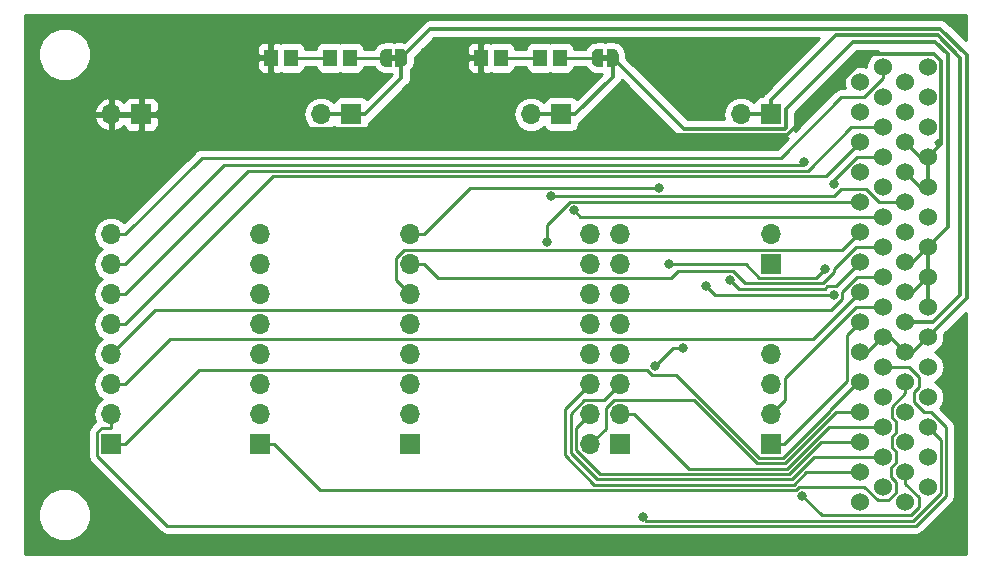
<source format=gtl>
G04 #@! TF.GenerationSoftware,KiCad,Pcbnew,5.0.0-rc2-unknown-5c65881~65~ubuntu17.10.1*
G04 #@! TF.CreationDate,2018-06-23T17:31:34+02:00*
G04 #@! TF.ProjectId,breakout-board,627265616B6F75742D626F6172642E6B,rev?*
G04 #@! TF.SameCoordinates,Original*
G04 #@! TF.FileFunction,Copper,L1,Top,Signal*
G04 #@! TF.FilePolarity,Positive*
%FSLAX46Y46*%
G04 Gerber Fmt 4.6, Leading zero omitted, Abs format (unit mm)*
G04 Created by KiCad (PCBNEW 5.0.0-rc2-unknown-5c65881~65~ubuntu17.10.1) date Sat Jun 23 17:31:34 2018*
%MOMM*%
%LPD*%
G01*
G04 APERTURE LIST*
G04 #@! TA.AperFunction,SMDPad,CuDef*
%ADD10R,1.150000X1.400000*%
G04 #@! TD*
G04 #@! TA.AperFunction,ComponentPad*
%ADD11O,1.700000X1.700000*%
G04 #@! TD*
G04 #@! TA.AperFunction,ComponentPad*
%ADD12R,1.700000X1.700000*%
G04 #@! TD*
G04 #@! TA.AperFunction,SMDPad,CuDef*
%ADD13R,0.500000X1.500000*%
G04 #@! TD*
G04 #@! TA.AperFunction,Conductor*
%ADD14C,0.100000*%
G04 #@! TD*
G04 #@! TA.AperFunction,SMDPad,CuDef*
%ADD15C,1.000000*%
G04 #@! TD*
G04 #@! TA.AperFunction,SMDPad,CuDef*
%ADD16R,0.500000X0.600000*%
G04 #@! TD*
G04 #@! TA.AperFunction,ComponentPad*
%ADD17C,1.524000*%
G04 #@! TD*
G04 #@! TA.AperFunction,ViaPad*
%ADD18C,0.800000*%
G04 #@! TD*
G04 #@! TA.AperFunction,Conductor*
%ADD19C,0.250000*%
G04 #@! TD*
G04 #@! TA.AperFunction,Conductor*
%ADD20C,0.350000*%
G04 #@! TD*
G04 #@! TA.AperFunction,Conductor*
%ADD21C,0.254000*%
G04 #@! TD*
G04 APERTURE END LIST*
D10*
G04 #@! TO.P,D1,2*
G04 #@! TO.N,Net-(D1-Pad2)*
X81200000Y-127310000D03*
G04 #@! TO.P,D1,1*
G04 #@! TO.N,Net-(D1-Pad1)*
X79500000Y-127310000D03*
G04 #@! TD*
G04 #@! TO.P,D2,2*
G04 #@! TO.N,Net-(D2-Pad2)*
X98980000Y-127310000D03*
G04 #@! TO.P,D2,1*
G04 #@! TO.N,Net-(D2-Pad1)*
X97280000Y-127310000D03*
G04 #@! TD*
D11*
G04 #@! TO.P,J1,4*
G04 #@! TO.N,/NC4*
X116840000Y-152400000D03*
G04 #@! TO.P,J1,3*
G04 #@! TO.N,/NC3*
X116840000Y-154940000D03*
G04 #@! TO.P,J1,2*
G04 #@! TO.N,/NC2*
X116840000Y-157480000D03*
D12*
G04 #@! TO.P,J1,1*
G04 #@! TO.N,/NC1*
X116840000Y-160020000D03*
G04 #@! TD*
G04 #@! TO.P,J2,1*
G04 #@! TO.N,/PB0*
X60960000Y-160020000D03*
D11*
G04 #@! TO.P,J2,2*
G04 #@! TO.N,/PC7*
X60960000Y-157480000D03*
G04 #@! TO.P,J2,3*
G04 #@! TO.N,/PV*
X60960000Y-154940000D03*
G04 #@! TO.P,J2,4*
G04 #@! TO.N,/PU*
X60960000Y-152400000D03*
G04 #@! TO.P,J2,5*
G04 #@! TO.N,/~INHIBIT*
X60960000Y-149860000D03*
G04 #@! TO.P,J2,6*
G04 #@! TO.N,/~WEX*
X60960000Y-147320000D03*
G04 #@! TO.P,J2,7*
G04 #@! TO.N,/W1*
X60960000Y-144780000D03*
G04 #@! TO.P,J2,8*
G04 #@! TO.N,/INT*
X60960000Y-142240000D03*
G04 #@! TD*
G04 #@! TO.P,J3,8*
G04 #@! TO.N,/OD*
X73580000Y-142240000D03*
G04 #@! TO.P,J3,7*
G04 #@! TO.N,/ME1*
X73580000Y-144780000D03*
G04 #@! TO.P,J3,6*
G04 #@! TO.N,/DME1*
X73580000Y-147320000D03*
G04 #@! TO.P,J3,5*
G04 #@! TO.N,/RW*
X73580000Y-149860000D03*
G04 #@! TO.P,J3,4*
G04 #@! TO.N,/DME0*
X73580000Y-152400000D03*
G04 #@! TO.P,J3,3*
G04 #@! TO.N,/\03A6OS*
X73580000Y-154940000D03*
G04 #@! TO.P,J3,2*
G04 #@! TO.N,/BFO*
X73580000Y-157480000D03*
D12*
G04 #@! TO.P,J3,1*
G04 #@! TO.N,/PB1*
X73580000Y-160020000D03*
G04 #@! TD*
G04 #@! TO.P,J4,1*
G04 #@! TO.N,/~CMTIN*
X116840000Y-144780000D03*
D11*
G04 #@! TO.P,J4,2*
G04 #@! TO.N,/CMTOUT*
X116840000Y-142240000D03*
G04 #@! TD*
D12*
G04 #@! TO.P,J5,1*
G04 #@! TO.N,/AD0*
X104060000Y-160020000D03*
D11*
G04 #@! TO.P,J5,2*
G04 #@! TO.N,/AD1*
X101520000Y-160020000D03*
G04 #@! TO.P,J5,3*
G04 #@! TO.N,/AD2*
X104060000Y-157480000D03*
G04 #@! TO.P,J5,4*
G04 #@! TO.N,/AD3*
X101520000Y-157480000D03*
G04 #@! TO.P,J5,5*
G04 #@! TO.N,/AD4*
X104060000Y-154940000D03*
G04 #@! TO.P,J5,6*
G04 #@! TO.N,/AD5*
X101520000Y-154940000D03*
G04 #@! TO.P,J5,7*
G04 #@! TO.N,/AD6*
X104060000Y-152400000D03*
G04 #@! TO.P,J5,8*
G04 #@! TO.N,/AD7*
X101520000Y-152400000D03*
G04 #@! TO.P,J5,9*
G04 #@! TO.N,/AD8*
X104060000Y-149860000D03*
G04 #@! TO.P,J5,10*
G04 #@! TO.N,/AD9*
X101520000Y-149860000D03*
G04 #@! TO.P,J5,11*
G04 #@! TO.N,/AD10*
X104060000Y-147320000D03*
G04 #@! TO.P,J5,12*
G04 #@! TO.N,/AD11*
X101520000Y-147320000D03*
G04 #@! TO.P,J5,13*
G04 #@! TO.N,/AD12*
X104060000Y-144780000D03*
G04 #@! TO.P,J5,14*
G04 #@! TO.N,/AD13*
X101520000Y-144780000D03*
G04 #@! TO.P,J5,15*
G04 #@! TO.N,/AD14*
X104060000Y-142240000D03*
G04 #@! TO.P,J5,16*
G04 #@! TO.N,/AD15*
X101520000Y-142240000D03*
G04 #@! TD*
D12*
G04 #@! TO.P,J6,1*
G04 #@! TO.N,/D0*
X86280000Y-160020000D03*
D11*
G04 #@! TO.P,J6,2*
G04 #@! TO.N,/D1*
X86280000Y-157480000D03*
G04 #@! TO.P,J6,3*
G04 #@! TO.N,/D2*
X86280000Y-154940000D03*
G04 #@! TO.P,J6,4*
G04 #@! TO.N,/D3*
X86280000Y-152400000D03*
G04 #@! TO.P,J6,5*
G04 #@! TO.N,/D4*
X86280000Y-149860000D03*
G04 #@! TO.P,J6,6*
G04 #@! TO.N,/D5*
X86280000Y-147320000D03*
G04 #@! TO.P,J6,7*
G04 #@! TO.N,/D6*
X86280000Y-144780000D03*
G04 #@! TO.P,J6,8*
G04 #@! TO.N,/D7*
X86280000Y-142240000D03*
G04 #@! TD*
D12*
G04 #@! TO.P,J7,1*
G04 #@! TO.N,/FGND*
X116840000Y-132080000D03*
D11*
G04 #@! TO.P,J7,2*
X114300000Y-132080000D03*
G04 #@! TD*
G04 #@! TO.P,J8,2*
G04 #@! TO.N,+4V7*
X78740000Y-132080000D03*
D12*
G04 #@! TO.P,J8,1*
X81280000Y-132080000D03*
G04 #@! TD*
D11*
G04 #@! TO.P,J9,2*
G04 #@! TO.N,+BATT*
X96520000Y-132080000D03*
D12*
G04 #@! TO.P,J9,1*
X99060000Y-132080000D03*
G04 #@! TD*
G04 #@! TO.P,J10,1*
G04 #@! TO.N,GND*
X63500000Y-132080000D03*
D11*
G04 #@! TO.P,J10,2*
X60960000Y-132080000D03*
G04 #@! TD*
D13*
G04 #@! TO.P,JP1,2*
G04 #@! TO.N,Net-(D1-Pad2)*
X84490000Y-127310000D03*
G04 #@! TO.P,JP1,1*
G04 #@! TO.N,+4V7*
X85290000Y-127310000D03*
D14*
G04 #@! TD*
G04 #@! TO.N,+4V7*
G04 #@! TO.C,JP1*
G36*
X85589010Y-126562408D02*
X85637546Y-126569607D01*
X85685143Y-126581530D01*
X85731343Y-126598060D01*
X85775699Y-126619039D01*
X85817786Y-126644265D01*
X85857198Y-126673495D01*
X85893554Y-126706447D01*
X85926506Y-126742803D01*
X85955736Y-126782215D01*
X85980962Y-126824302D01*
X86001941Y-126868658D01*
X86018471Y-126914858D01*
X86030394Y-126962455D01*
X86037593Y-127010991D01*
X86040001Y-127060000D01*
X86040001Y-127560000D01*
X86037593Y-127609009D01*
X86030394Y-127657545D01*
X86018471Y-127705142D01*
X86001941Y-127751342D01*
X85980962Y-127795698D01*
X85955736Y-127837785D01*
X85926506Y-127877197D01*
X85893554Y-127913553D01*
X85857198Y-127946505D01*
X85817786Y-127975735D01*
X85775699Y-128000961D01*
X85731343Y-128021940D01*
X85685143Y-128038470D01*
X85637546Y-128050393D01*
X85589010Y-128057592D01*
X85540001Y-128060000D01*
X85539999Y-128060000D01*
X85490990Y-128057592D01*
X85442454Y-128050393D01*
X85394857Y-128038470D01*
X85348657Y-128021940D01*
X85304301Y-128000961D01*
X85262214Y-127975735D01*
X85222802Y-127946505D01*
X85186446Y-127913553D01*
X85153494Y-127877197D01*
X85124264Y-127837785D01*
X85099038Y-127795698D01*
X85078059Y-127751342D01*
X85061529Y-127705142D01*
X85049606Y-127657545D01*
X85042407Y-127609009D01*
X85039999Y-127560000D01*
X85039999Y-127060000D01*
X85042407Y-127010991D01*
X85049606Y-126962455D01*
X85061529Y-126914858D01*
X85078059Y-126868658D01*
X85099038Y-126824302D01*
X85124264Y-126782215D01*
X85153494Y-126742803D01*
X85186446Y-126706447D01*
X85222802Y-126673495D01*
X85262214Y-126644265D01*
X85304301Y-126619039D01*
X85348657Y-126598060D01*
X85394857Y-126581530D01*
X85442454Y-126569607D01*
X85490990Y-126562408D01*
X85539999Y-126560000D01*
X85540001Y-126560000D01*
X85589010Y-126562408D01*
X85589010Y-126562408D01*
G37*
D15*
G04 #@! TO.P,JP1,1*
G04 #@! TO.N,+4V7*
X85540000Y-127310000D03*
D14*
G04 #@! TD*
G04 #@! TO.N,Net-(D1-Pad2)*
G04 #@! TO.C,JP1*
G36*
X84289010Y-126562408D02*
X84337546Y-126569607D01*
X84385143Y-126581530D01*
X84431343Y-126598060D01*
X84475699Y-126619039D01*
X84517786Y-126644265D01*
X84557198Y-126673495D01*
X84593554Y-126706447D01*
X84626506Y-126742803D01*
X84655736Y-126782215D01*
X84680962Y-126824302D01*
X84701941Y-126868658D01*
X84718471Y-126914858D01*
X84730394Y-126962455D01*
X84737593Y-127010991D01*
X84740001Y-127060000D01*
X84740001Y-127560000D01*
X84737593Y-127609009D01*
X84730394Y-127657545D01*
X84718471Y-127705142D01*
X84701941Y-127751342D01*
X84680962Y-127795698D01*
X84655736Y-127837785D01*
X84626506Y-127877197D01*
X84593554Y-127913553D01*
X84557198Y-127946505D01*
X84517786Y-127975735D01*
X84475699Y-128000961D01*
X84431343Y-128021940D01*
X84385143Y-128038470D01*
X84337546Y-128050393D01*
X84289010Y-128057592D01*
X84240001Y-128060000D01*
X84239999Y-128060000D01*
X84190990Y-128057592D01*
X84142454Y-128050393D01*
X84094857Y-128038470D01*
X84048657Y-128021940D01*
X84004301Y-128000961D01*
X83962214Y-127975735D01*
X83922802Y-127946505D01*
X83886446Y-127913553D01*
X83853494Y-127877197D01*
X83824264Y-127837785D01*
X83799038Y-127795698D01*
X83778059Y-127751342D01*
X83761529Y-127705142D01*
X83749606Y-127657545D01*
X83742407Y-127609009D01*
X83739999Y-127560000D01*
X83739999Y-127060000D01*
X83742407Y-127010991D01*
X83749606Y-126962455D01*
X83761529Y-126914858D01*
X83778059Y-126868658D01*
X83799038Y-126824302D01*
X83824264Y-126782215D01*
X83853494Y-126742803D01*
X83886446Y-126706447D01*
X83922802Y-126673495D01*
X83962214Y-126644265D01*
X84004301Y-126619039D01*
X84048657Y-126598060D01*
X84094857Y-126581530D01*
X84142454Y-126569607D01*
X84190990Y-126562408D01*
X84239999Y-126560000D01*
X84240001Y-126560000D01*
X84289010Y-126562408D01*
X84289010Y-126562408D01*
G37*
D15*
G04 #@! TO.P,JP1,2*
G04 #@! TO.N,Net-(D1-Pad2)*
X84240000Y-127310000D03*
D16*
G04 #@! TO.P,JP1,1*
G04 #@! TO.N,+4V7*
X84890000Y-127310000D03*
G04 #@! TD*
G04 #@! TO.P,JP2,1*
G04 #@! TO.N,+BATT*
X102790000Y-127310000D03*
D14*
G04 #@! TD*
G04 #@! TO.N,Net-(D2-Pad2)*
G04 #@! TO.C,JP2*
G36*
X102189010Y-126562408D02*
X102237546Y-126569607D01*
X102285143Y-126581530D01*
X102331343Y-126598060D01*
X102375699Y-126619039D01*
X102417786Y-126644265D01*
X102457198Y-126673495D01*
X102493554Y-126706447D01*
X102526506Y-126742803D01*
X102555736Y-126782215D01*
X102580962Y-126824302D01*
X102601941Y-126868658D01*
X102618471Y-126914858D01*
X102630394Y-126962455D01*
X102637593Y-127010991D01*
X102640001Y-127060000D01*
X102640001Y-127560000D01*
X102637593Y-127609009D01*
X102630394Y-127657545D01*
X102618471Y-127705142D01*
X102601941Y-127751342D01*
X102580962Y-127795698D01*
X102555736Y-127837785D01*
X102526506Y-127877197D01*
X102493554Y-127913553D01*
X102457198Y-127946505D01*
X102417786Y-127975735D01*
X102375699Y-128000961D01*
X102331343Y-128021940D01*
X102285143Y-128038470D01*
X102237546Y-128050393D01*
X102189010Y-128057592D01*
X102140001Y-128060000D01*
X102139999Y-128060000D01*
X102090990Y-128057592D01*
X102042454Y-128050393D01*
X101994857Y-128038470D01*
X101948657Y-128021940D01*
X101904301Y-128000961D01*
X101862214Y-127975735D01*
X101822802Y-127946505D01*
X101786446Y-127913553D01*
X101753494Y-127877197D01*
X101724264Y-127837785D01*
X101699038Y-127795698D01*
X101678059Y-127751342D01*
X101661529Y-127705142D01*
X101649606Y-127657545D01*
X101642407Y-127609009D01*
X101639999Y-127560000D01*
X101639999Y-127060000D01*
X101642407Y-127010991D01*
X101649606Y-126962455D01*
X101661529Y-126914858D01*
X101678059Y-126868658D01*
X101699038Y-126824302D01*
X101724264Y-126782215D01*
X101753494Y-126742803D01*
X101786446Y-126706447D01*
X101822802Y-126673495D01*
X101862214Y-126644265D01*
X101904301Y-126619039D01*
X101948657Y-126598060D01*
X101994857Y-126581530D01*
X102042454Y-126569607D01*
X102090990Y-126562408D01*
X102139999Y-126560000D01*
X102140001Y-126560000D01*
X102189010Y-126562408D01*
X102189010Y-126562408D01*
G37*
D15*
G04 #@! TO.P,JP2,2*
G04 #@! TO.N,Net-(D2-Pad2)*
X102140000Y-127310000D03*
D14*
G04 #@! TD*
G04 #@! TO.N,+BATT*
G04 #@! TO.C,JP2*
G36*
X103489010Y-126562408D02*
X103537546Y-126569607D01*
X103585143Y-126581530D01*
X103631343Y-126598060D01*
X103675699Y-126619039D01*
X103717786Y-126644265D01*
X103757198Y-126673495D01*
X103793554Y-126706447D01*
X103826506Y-126742803D01*
X103855736Y-126782215D01*
X103880962Y-126824302D01*
X103901941Y-126868658D01*
X103918471Y-126914858D01*
X103930394Y-126962455D01*
X103937593Y-127010991D01*
X103940001Y-127060000D01*
X103940001Y-127560000D01*
X103937593Y-127609009D01*
X103930394Y-127657545D01*
X103918471Y-127705142D01*
X103901941Y-127751342D01*
X103880962Y-127795698D01*
X103855736Y-127837785D01*
X103826506Y-127877197D01*
X103793554Y-127913553D01*
X103757198Y-127946505D01*
X103717786Y-127975735D01*
X103675699Y-128000961D01*
X103631343Y-128021940D01*
X103585143Y-128038470D01*
X103537546Y-128050393D01*
X103489010Y-128057592D01*
X103440001Y-128060000D01*
X103439999Y-128060000D01*
X103390990Y-128057592D01*
X103342454Y-128050393D01*
X103294857Y-128038470D01*
X103248657Y-128021940D01*
X103204301Y-128000961D01*
X103162214Y-127975735D01*
X103122802Y-127946505D01*
X103086446Y-127913553D01*
X103053494Y-127877197D01*
X103024264Y-127837785D01*
X102999038Y-127795698D01*
X102978059Y-127751342D01*
X102961529Y-127705142D01*
X102949606Y-127657545D01*
X102942407Y-127609009D01*
X102939999Y-127560000D01*
X102939999Y-127060000D01*
X102942407Y-127010991D01*
X102949606Y-126962455D01*
X102961529Y-126914858D01*
X102978059Y-126868658D01*
X102999038Y-126824302D01*
X103024264Y-126782215D01*
X103053494Y-126742803D01*
X103086446Y-126706447D01*
X103122802Y-126673495D01*
X103162214Y-126644265D01*
X103204301Y-126619039D01*
X103248657Y-126598060D01*
X103294857Y-126581530D01*
X103342454Y-126569607D01*
X103390990Y-126562408D01*
X103439999Y-126560000D01*
X103440001Y-126560000D01*
X103489010Y-126562408D01*
X103489010Y-126562408D01*
G37*
D15*
G04 #@! TO.P,JP2,1*
G04 #@! TO.N,+BATT*
X103440000Y-127310000D03*
D13*
X103190000Y-127310000D03*
G04 #@! TO.P,JP2,2*
G04 #@! TO.N,Net-(D2-Pad2)*
X102390000Y-127310000D03*
G04 #@! TD*
D17*
G04 #@! TO.P,P1,1*
G04 #@! TO.N,/AD7*
X124385000Y-164930000D03*
G04 #@! TO.P,P1,2*
G04 #@! TO.N,/AD6*
X126290000Y-163660000D03*
G04 #@! TO.P,P1,3*
G04 #@! TO.N,/AD5*
X124385000Y-162390000D03*
G04 #@! TO.P,P1,4*
G04 #@! TO.N,/AD4*
X126290000Y-161120000D03*
G04 #@! TO.P,P1,5*
G04 #@! TO.N,/AD3*
X124385000Y-159850000D03*
G04 #@! TO.P,P1,6*
G04 #@! TO.N,/AD2*
X126290000Y-158580000D03*
G04 #@! TO.P,P1,7*
G04 #@! TO.N,/AD1*
X124385000Y-157310000D03*
G04 #@! TO.P,P1,8*
G04 #@! TO.N,/AD0*
X126290000Y-156040000D03*
G04 #@! TO.P,P1,9*
G04 #@! TO.N,/PB0*
X124385000Y-154770000D03*
G04 #@! TO.P,P1,10*
G04 #@! TO.N,/PC7*
X126290000Y-153500000D03*
G04 #@! TO.P,P1,11*
G04 #@! TO.N,+4V7*
X124385000Y-152230000D03*
G04 #@! TO.P,P1,12*
X126290000Y-150960000D03*
G04 #@! TO.P,P1,13*
G04 #@! TO.N,/NC1*
X124385000Y-149690000D03*
G04 #@! TO.P,P1,14*
G04 #@! TO.N,/NC2*
X126290000Y-148420000D03*
G04 #@! TO.P,P1,15*
G04 #@! TO.N,/PV*
X124385000Y-147150000D03*
G04 #@! TO.P,P1,16*
G04 #@! TO.N,/PU*
X126290000Y-145880000D03*
G04 #@! TO.P,P1,17*
G04 #@! TO.N,/D7*
X124385000Y-144610000D03*
G04 #@! TO.P,P1,18*
G04 #@! TO.N,/D6*
X126290000Y-143340000D03*
G04 #@! TO.P,P1,19*
G04 #@! TO.N,/D5*
X124385000Y-142070000D03*
G04 #@! TO.P,P1,20*
G04 #@! TO.N,/D4*
X126290000Y-140800000D03*
G04 #@! TO.P,P1,21*
G04 #@! TO.N,/D3*
X124385000Y-139530000D03*
G04 #@! TO.P,P1,22*
G04 #@! TO.N,/D2*
X126290000Y-138260000D03*
G04 #@! TO.P,P1,23*
G04 #@! TO.N,/D1*
X124385000Y-136990000D03*
G04 #@! TO.P,P1,24*
G04 #@! TO.N,/D0*
X126290000Y-135720000D03*
G04 #@! TO.P,P1,25*
G04 #@! TO.N,/~INHIBIT*
X124385000Y-134450000D03*
G04 #@! TO.P,P1,26*
G04 #@! TO.N,/~WEX*
X126290000Y-133180000D03*
G04 #@! TO.P,P1,27*
G04 #@! TO.N,/~CMTIN*
X124385000Y-131910000D03*
G04 #@! TO.P,P1,28*
G04 #@! TO.N,/W1*
X126290000Y-130640000D03*
G04 #@! TO.P,P1,29*
G04 #@! TO.N,/CMTOUT*
X124385000Y-129370000D03*
G04 #@! TO.P,P1,30*
G04 #@! TO.N,/INT*
X126290000Y-128100000D03*
G04 #@! TO.P,P1,31*
G04 #@! TO.N,/AD8*
X128195000Y-164930000D03*
G04 #@! TO.P,P1,32*
G04 #@! TO.N,/AD9*
X130100000Y-163660000D03*
G04 #@! TO.P,P1,33*
G04 #@! TO.N,/AD10*
X128195000Y-162390000D03*
G04 #@! TO.P,P1,34*
G04 #@! TO.N,/AD11*
X130100000Y-161120000D03*
G04 #@! TO.P,P1,35*
G04 #@! TO.N,/AD12*
X128195000Y-159850000D03*
G04 #@! TO.P,P1,36*
G04 #@! TO.N,/AD13*
X130100000Y-158580000D03*
G04 #@! TO.P,P1,37*
G04 #@! TO.N,/AD14*
X128195000Y-157310000D03*
G04 #@! TO.P,P1,38*
G04 #@! TO.N,/AD15*
X130100000Y-156040000D03*
G04 #@! TO.P,P1,39*
G04 #@! TO.N,/PB1*
X128195000Y-154770000D03*
G04 #@! TO.P,P1,40*
G04 #@! TO.N,/NC3*
X130100000Y-153500000D03*
G04 #@! TO.P,P1,41*
G04 #@! TO.N,+4V7*
X128195000Y-152230000D03*
G04 #@! TO.P,P1,42*
X130100000Y-150960000D03*
G04 #@! TO.P,P1,43*
G04 #@! TO.N,/FGND*
X128195000Y-149690000D03*
G04 #@! TO.P,P1,44*
G04 #@! TO.N,+BATT*
X130100000Y-148420000D03*
G04 #@! TO.P,P1,45*
X128195000Y-147150000D03*
G04 #@! TO.P,P1,46*
X130100000Y-145880000D03*
G04 #@! TO.P,P1,47*
X128195000Y-144610000D03*
G04 #@! TO.P,P1,48*
X130100000Y-143340000D03*
G04 #@! TO.P,P1,49*
G04 #@! TO.N,/NC4*
X128195000Y-142070000D03*
G04 #@! TO.P,P1,50*
G04 #@! TO.N,/BFO*
X130100000Y-140800000D03*
G04 #@! TO.P,P1,51*
G04 #@! TO.N,/\03A6OS*
X128195000Y-139530000D03*
G04 #@! TO.P,P1,52*
G04 #@! TO.N,GND*
X130100000Y-138260000D03*
G04 #@! TO.P,P1,53*
X128195000Y-136990000D03*
G04 #@! TO.P,P1,54*
X130100000Y-135720000D03*
G04 #@! TO.P,P1,55*
X128195000Y-134450000D03*
G04 #@! TO.P,P1,56*
G04 #@! TO.N,/DME0*
X130100000Y-133180000D03*
G04 #@! TO.P,P1,57*
G04 #@! TO.N,/RW*
X128195000Y-131910000D03*
G04 #@! TO.P,P1,58*
G04 #@! TO.N,/DME1*
X130100000Y-130640000D03*
G04 #@! TO.P,P1,59*
G04 #@! TO.N,/ME1*
X128195000Y-129370000D03*
G04 #@! TO.P,P1,60*
G04 #@! TO.N,/OD*
X130100000Y-128100000D03*
G04 #@! TD*
D10*
G04 #@! TO.P,R1,2*
G04 #@! TO.N,GND*
X74500000Y-127310000D03*
G04 #@! TO.P,R1,1*
G04 #@! TO.N,Net-(D1-Pad1)*
X76200000Y-127310000D03*
G04 #@! TD*
G04 #@! TO.P,R2,1*
G04 #@! TO.N,Net-(D2-Pad1)*
X93980000Y-127310000D03*
G04 #@! TO.P,R2,2*
G04 #@! TO.N,GND*
X92280000Y-127310000D03*
G04 #@! TD*
D18*
G04 #@! TO.N,/W1*
X119647600Y-136131800D03*
G04 #@! TO.N,/\03A6OS*
X98234800Y-139041000D03*
G04 #@! TO.N,/AD10*
X109391700Y-151865500D03*
X107030100Y-153406100D03*
X119501100Y-164373100D03*
G04 #@! TO.N,/AD13*
X105979000Y-166207900D03*
G04 #@! TO.N,/AD14*
X108172500Y-144787600D03*
X121406600Y-145195700D03*
G04 #@! TO.N,/AD15*
X111340500Y-146641700D03*
X122131610Y-147391500D03*
G04 #@! TO.N,/D0*
X122181500Y-137976300D03*
G04 #@! TO.N,/D3*
X97899788Y-142879989D03*
G04 #@! TO.N,/D4*
X100132500Y-140232600D03*
G04 #@! TO.N,/D7*
X107347100Y-138315700D03*
X113348800Y-146124200D03*
G04 #@! TD*
D19*
G04 #@! TO.N,Net-(D1-Pad2)*
X81200000Y-127310000D02*
X84240000Y-127310000D01*
G04 #@! TO.N,Net-(D1-Pad1)*
X76200000Y-127310000D02*
X79500000Y-127310000D01*
G04 #@! TO.N,Net-(D2-Pad1)*
X93980000Y-127310000D02*
X97280000Y-127310000D01*
G04 #@! TO.N,Net-(D2-Pad2)*
X98980000Y-127310000D02*
X102140000Y-127310000D01*
D20*
G04 #@! TO.N,+4V7*
X86770000Y-126080000D02*
X85540000Y-127310000D01*
X128195000Y-152230000D02*
X128830000Y-152230000D01*
X128830000Y-152230000D02*
X130100000Y-150960000D01*
X126290000Y-150960000D02*
X126925000Y-150960000D01*
X126925000Y-150960000D02*
X128195000Y-152230000D01*
X124385000Y-152230000D02*
X125020000Y-152230000D01*
X125020000Y-152230000D02*
X126290000Y-150960000D01*
X78740000Y-132080000D02*
X81280000Y-132080000D01*
X81280000Y-132080000D02*
X82480000Y-132080000D01*
X82480000Y-132080000D02*
X85540000Y-129020000D01*
X85540000Y-129020000D02*
X85540000Y-127310000D01*
X131183822Y-124849989D02*
X88000011Y-124849989D01*
X133400011Y-147659989D02*
X133400011Y-127066178D01*
X133400011Y-127066178D02*
X131183822Y-124849989D01*
X88000011Y-124849989D02*
X86770000Y-126080000D01*
X130100000Y-150960000D02*
X133400011Y-147659989D01*
G04 #@! TO.N,+BATT*
X130100000Y-145880000D02*
X130100000Y-148420000D01*
X130100000Y-143340000D02*
X130100000Y-145880000D01*
X103190000Y-127310000D02*
X103440000Y-127310000D01*
X128195000Y-144610000D02*
X128830000Y-144610000D01*
X128830000Y-144610000D02*
X130100000Y-143340000D01*
X128195000Y-147150000D02*
X128830000Y-147150000D01*
X128830000Y-147150000D02*
X130100000Y-145880000D01*
X96520000Y-132080000D02*
X99060000Y-132080000D01*
X99060000Y-132080000D02*
X100260000Y-132080000D01*
X100260000Y-132080000D02*
X103440000Y-128900000D01*
X103440000Y-128900000D02*
X103440000Y-127310000D01*
X117990001Y-133305001D02*
X109435001Y-133305001D01*
X118065001Y-133230001D02*
X117990001Y-133305001D01*
X118065001Y-131684999D02*
X118065001Y-133230001D01*
X109435001Y-133305001D02*
X103966036Y-127836036D01*
X130728000Y-125950000D02*
X123800000Y-125950000D01*
X103966036Y-127836036D02*
X103440000Y-127310000D01*
X131800000Y-141640000D02*
X131800000Y-127022000D01*
X130100000Y-143340000D02*
X131800000Y-141640000D01*
X123800000Y-125950000D02*
X118065001Y-131684999D01*
X131800000Y-127022000D02*
X130728000Y-125950000D01*
G04 #@! TO.N,GND*
X60960000Y-132080000D02*
X63500000Y-132080000D01*
X74500000Y-127310000D02*
X69495300Y-127310000D01*
X69495300Y-127310000D02*
X64725300Y-132080000D01*
X63500000Y-132080000D02*
X64725300Y-132080000D01*
X93192600Y-131442600D02*
X92280000Y-130530000D01*
X92280000Y-130530000D02*
X92280000Y-127310000D01*
X93192600Y-131442600D02*
X91329900Y-133305300D01*
X91329900Y-133305300D02*
X65950600Y-133305300D01*
X65950600Y-133305300D02*
X64725300Y-132080000D01*
X130100000Y-138260000D02*
X129465000Y-138260000D01*
X129465000Y-138260000D02*
X128195000Y-136990000D01*
X130100000Y-135720000D02*
X129465000Y-135720000D01*
X129465000Y-135720000D02*
X128195000Y-134450000D01*
X130100000Y-138260000D02*
X130100000Y-135720000D01*
X131237000Y-134583000D02*
X131237000Y-127554000D01*
X131237000Y-127554000D02*
X130646000Y-126963000D01*
X130646000Y-126963000D02*
X125109835Y-126963000D01*
X118217823Y-133855012D02*
X95605012Y-133855012D01*
X125109835Y-126963000D02*
X118217823Y-133855012D01*
X95605012Y-133855012D02*
X93192600Y-131442600D01*
X130100000Y-135720000D02*
X131237000Y-134583000D01*
G04 #@! TO.N,/FGND*
X114300000Y-132080000D02*
X116840000Y-132080000D01*
X132850000Y-147353000D02*
X130513000Y-149690000D01*
X132850000Y-127294000D02*
X132850000Y-147353000D01*
X116840000Y-132080000D02*
X116840000Y-130880000D01*
X122320000Y-125400000D02*
X130956000Y-125400000D01*
X116840000Y-130880000D02*
X122320000Y-125400000D01*
X130513000Y-149690000D02*
X129272630Y-149690000D01*
X129272630Y-149690000D02*
X128195000Y-149690000D01*
X130956000Y-125400000D02*
X132850000Y-127294000D01*
D19*
G04 #@! TO.N,/NC3*
X130100000Y-153500000D02*
X130750000Y-153500000D01*
G04 #@! TO.N,/NC2*
X117689999Y-156630001D02*
X116840000Y-157480000D01*
X118015001Y-154451237D02*
X118015001Y-156304999D01*
X118015001Y-156304999D02*
X117689999Y-156630001D01*
X124046238Y-148420000D02*
X118015001Y-154451237D01*
X126290000Y-148420000D02*
X124046238Y-148420000D01*
G04 #@! TO.N,/NC1*
X117940000Y-160020000D02*
X116840000Y-160020000D01*
X123297999Y-154662001D02*
X117940000Y-160020000D01*
X123297999Y-150777001D02*
X123297999Y-154662001D01*
X124385000Y-149690000D02*
X123297999Y-150777001D01*
G04 #@! TO.N,/PB0*
X62135300Y-160020000D02*
X68429000Y-153726300D01*
X68429000Y-153726300D02*
X106324600Y-153726300D01*
X106324600Y-153726300D02*
X106729700Y-154131400D01*
X106729700Y-154131400D02*
X108791300Y-154131400D01*
X108791300Y-154131400D02*
X115855200Y-161195300D01*
X115855200Y-161195300D02*
X117824800Y-161195300D01*
X117824800Y-161195300D02*
X121803200Y-157216900D01*
X121803200Y-157216900D02*
X121803200Y-157144100D01*
X121803200Y-157144100D02*
X124177300Y-154770000D01*
X124177300Y-154770000D02*
X124385000Y-154770000D01*
X60960000Y-160020000D02*
X62135300Y-160020000D01*
G04 #@! TO.N,/PC7*
X60960000Y-158655300D02*
X60151900Y-158655300D01*
X60151900Y-158655300D02*
X59784700Y-159022500D01*
X59784700Y-159022500D02*
X59784700Y-161018300D01*
X59784700Y-161018300D02*
X65702300Y-166935900D01*
X65702300Y-166935900D02*
X129098400Y-166935900D01*
X129098400Y-166935900D02*
X131640300Y-164394000D01*
X131640300Y-164394000D02*
X131640300Y-158553100D01*
X131640300Y-158553100D02*
X130397200Y-157310000D01*
X130397200Y-157310000D02*
X129782500Y-157310000D01*
X129782500Y-157310000D02*
X128946500Y-156474000D01*
X128946500Y-156474000D02*
X128946500Y-155606000D01*
X128946500Y-155606000D02*
X129333900Y-155218600D01*
X129333900Y-155218600D02*
X129333900Y-154321400D01*
X129333900Y-154321400D02*
X128512500Y-153500000D01*
X128512500Y-153500000D02*
X126290000Y-153500000D01*
X60960000Y-157480000D02*
X60960000Y-158655300D01*
G04 #@! TO.N,/PV*
X124385000Y-147150000D02*
X120405000Y-151130000D01*
X120405000Y-151130000D02*
X65945300Y-151130000D01*
X65945300Y-151130000D02*
X62135300Y-154940000D01*
X60960000Y-154940000D02*
X62135300Y-154940000D01*
G04 #@! TO.N,/PU*
X125212370Y-145880000D02*
X126290000Y-145880000D01*
X124078400Y-145880000D02*
X125212370Y-145880000D01*
X122856611Y-147739501D02*
X122856611Y-147101789D01*
X121914512Y-148681600D02*
X122856611Y-147739501D01*
X60960000Y-152400000D02*
X64678400Y-148681600D01*
X122856611Y-147101789D02*
X124078400Y-145880000D01*
X64678400Y-148681600D02*
X121914512Y-148681600D01*
G04 #@! TO.N,/~INHIBIT*
X124385000Y-134450000D02*
X121525500Y-137309500D01*
X121525500Y-137309500D02*
X74685800Y-137309500D01*
X74685800Y-137309500D02*
X62135300Y-149860000D01*
X60960000Y-149860000D02*
X62135300Y-149860000D01*
G04 #@! TO.N,/~WEX*
X62135300Y-147320000D02*
X72596100Y-136859200D01*
X72596100Y-136859200D02*
X119946000Y-136859200D01*
X119946000Y-136859200D02*
X123625100Y-133180100D01*
X123625100Y-133180100D02*
X123625100Y-133180000D01*
X123625100Y-133180000D02*
X126290000Y-133180000D01*
X60960000Y-147320000D02*
X62135300Y-147320000D01*
G04 #@! TO.N,/W1*
X119647600Y-136131800D02*
X119370500Y-136408900D01*
X119370500Y-136408900D02*
X70506400Y-136408900D01*
X70506400Y-136408900D02*
X62135300Y-144780000D01*
X60960000Y-144780000D02*
X62135300Y-144780000D01*
G04 #@! TO.N,/INT*
X60960000Y-142240000D02*
X62135300Y-142240000D01*
X126290000Y-128100000D02*
X126290000Y-129027200D01*
X126290000Y-129027200D02*
X124677200Y-130640000D01*
X124677200Y-130640000D02*
X122765100Y-130640000D01*
X122765100Y-130640000D02*
X117648400Y-135756700D01*
X117648400Y-135756700D02*
X68618600Y-135756700D01*
X68618600Y-135756700D02*
X62135300Y-142240000D01*
G04 #@! TO.N,/\03A6OS*
X98234800Y-139041000D02*
X122142600Y-139041000D01*
X122142600Y-139041000D02*
X122757800Y-138425800D01*
X122757800Y-138425800D02*
X124868200Y-138425800D01*
X124868200Y-138425800D02*
X125972400Y-139530000D01*
X125972400Y-139530000D02*
X128195000Y-139530000D01*
G04 #@! TO.N,/PB1*
X128195000Y-154770000D02*
X128195000Y-155722500D01*
X128195000Y-155722500D02*
X127063000Y-156854500D01*
X127063000Y-156854500D02*
X127063000Y-157765500D01*
X127063000Y-157765500D02*
X127385600Y-158088100D01*
X127385600Y-158088100D02*
X127385600Y-159071900D01*
X127385600Y-159071900D02*
X127105300Y-159352200D01*
X127105300Y-159352200D02*
X127105300Y-160347700D01*
X127105300Y-160347700D02*
X127389100Y-160631500D01*
X127389100Y-160631500D02*
X127389100Y-161608400D01*
X127389100Y-161608400D02*
X127028400Y-161969100D01*
X127028400Y-161969100D02*
X127028400Y-162810800D01*
X127028400Y-162810800D02*
X127424600Y-163207000D01*
X127424600Y-163207000D02*
X127424600Y-164112900D01*
X127424600Y-164112900D02*
X126754900Y-164782600D01*
X126754900Y-164782600D02*
X125874700Y-164782600D01*
X125874700Y-164782600D02*
X124739900Y-163647800D01*
X124739900Y-163647800D02*
X119193700Y-163647800D01*
X119193700Y-163647800D02*
X118944400Y-163897100D01*
X118944400Y-163897100D02*
X78632400Y-163897100D01*
X78632400Y-163897100D02*
X74755300Y-160020000D01*
X73580000Y-160020000D02*
X74755300Y-160020000D01*
G04 #@! TO.N,/AD1*
X101520000Y-160020000D02*
X102823400Y-158716600D01*
X102823400Y-158716600D02*
X102823400Y-156988400D01*
X102823400Y-156988400D02*
X103532700Y-156279100D01*
X103532700Y-156279100D02*
X110302100Y-156279100D01*
X110302100Y-156279100D02*
X115668600Y-161645600D01*
X115668600Y-161645600D02*
X118011400Y-161645600D01*
X118011400Y-161645600D02*
X122346900Y-157310100D01*
X122346900Y-157310100D02*
X122346900Y-157310000D01*
X122346900Y-157310000D02*
X124385000Y-157310000D01*
G04 #@! TO.N,/AD2*
X104060000Y-157480000D02*
X105235300Y-157480000D01*
X126290000Y-158580000D02*
X121713900Y-158580000D01*
X121713900Y-158580000D02*
X118198000Y-162095900D01*
X118198000Y-162095900D02*
X109851200Y-162095900D01*
X109851200Y-162095900D02*
X105235300Y-157480000D01*
G04 #@! TO.N,/AD3*
X100344700Y-160548300D02*
X102342600Y-162546200D01*
X102342600Y-162546200D02*
X118384600Y-162546200D01*
X118384600Y-162546200D02*
X121080800Y-159850000D01*
X121080800Y-159850000D02*
X124385000Y-159850000D01*
X100344700Y-158655300D02*
X101520000Y-157480000D01*
X100344700Y-160548300D02*
X100344700Y-158655300D01*
G04 #@! TO.N,/AD4*
X99860100Y-157473800D02*
X99860100Y-160777900D01*
X99860100Y-160777900D02*
X102078700Y-162996500D01*
X102078700Y-162996500D02*
X118571200Y-162996500D01*
X118571200Y-162996500D02*
X120447700Y-161120000D01*
X120447700Y-161120000D02*
X126290000Y-161120000D01*
X102695001Y-156304999D02*
X103210001Y-155789999D01*
X101028901Y-156304999D02*
X102695001Y-156304999D01*
X103210001Y-155789999D02*
X104060000Y-154940000D01*
X99860100Y-157473800D02*
X101028901Y-156304999D01*
G04 #@! TO.N,/AD5*
X101520000Y-154940000D02*
X99377200Y-157082800D01*
X99377200Y-157082800D02*
X99377200Y-160969300D01*
X99377200Y-160969300D02*
X101854700Y-163446800D01*
X101854700Y-163446800D02*
X118757800Y-163446800D01*
X118757800Y-163446800D02*
X119814600Y-162390000D01*
X119814600Y-162390000D02*
X124385000Y-162390000D01*
G04 #@! TO.N,/AD10*
X128195000Y-162390000D02*
X128195000Y-163392100D01*
X128195000Y-163392100D02*
X129329400Y-164526500D01*
X129329400Y-164526500D02*
X129329400Y-165375300D01*
X129329400Y-165375300D02*
X128669400Y-166035300D01*
X128669400Y-166035300D02*
X121163300Y-166035300D01*
X121163300Y-166035300D02*
X119501100Y-164373100D01*
X107030100Y-153406100D02*
X108570600Y-151865600D01*
X108570600Y-151865600D02*
X109391700Y-151865600D01*
X109391700Y-151865600D02*
X109391700Y-151865500D01*
G04 #@! TO.N,/AD13*
X105979000Y-166207900D02*
X106256700Y-166485600D01*
X106256700Y-166485600D02*
X128879100Y-166485600D01*
X128879100Y-166485600D02*
X131190000Y-164174700D01*
X131190000Y-164174700D02*
X131190000Y-159670000D01*
X131190000Y-159670000D02*
X130100000Y-158580000D01*
G04 #@! TO.N,/AD14*
X108172500Y-144787600D02*
X114687500Y-144787600D01*
X115855200Y-145955300D02*
X120647000Y-145955300D01*
X120647000Y-145955300D02*
X121406600Y-145195700D01*
X114687500Y-144787600D02*
X115855200Y-145955300D01*
G04 #@! TO.N,/AD15*
X121565925Y-147391500D02*
X122131610Y-147391500D01*
X112090300Y-147391500D02*
X121565925Y-147391500D01*
X111340500Y-146641700D02*
X112090300Y-147391500D01*
G04 #@! TO.N,/D0*
X126290000Y-135720000D02*
X124075000Y-135720000D01*
X124075000Y-135720000D02*
X122181500Y-137613500D01*
X122181500Y-137613500D02*
X122181500Y-137976300D01*
G04 #@! TO.N,/D3*
X124385000Y-139530000D02*
X123307370Y-139530000D01*
X97899788Y-142314304D02*
X97899788Y-142879989D01*
X123284670Y-139507300D02*
X99832100Y-139507300D01*
X123307370Y-139530000D02*
X123284670Y-139507300D01*
X99832100Y-139507300D02*
X97899788Y-141439612D01*
X97899788Y-141439612D02*
X97899788Y-142314304D01*
G04 #@! TO.N,/D4*
X126290000Y-140800000D02*
X100699900Y-140800000D01*
X100699900Y-140800000D02*
X100132500Y-140232600D01*
G04 #@! TO.N,/D5*
X122850001Y-143604999D02*
X85791301Y-143604999D01*
X124385000Y-142070000D02*
X122850001Y-143604999D01*
X85791301Y-143604999D02*
X85104700Y-144291600D01*
X85104700Y-146144700D02*
X85104700Y-144291600D01*
X86280000Y-147320000D02*
X85104700Y-146144700D01*
G04 #@! TO.N,/D6*
X126290000Y-143340000D02*
X124070300Y-143340000D01*
X124070300Y-143340000D02*
X122210800Y-145199500D01*
X122210800Y-145199500D02*
X122210800Y-145417500D01*
X122210800Y-145417500D02*
X121412400Y-146215900D01*
X121412400Y-146215900D02*
X121410000Y-146215900D01*
X121410000Y-146215900D02*
X121220300Y-146405600D01*
X121220300Y-146405600D02*
X114656000Y-146405600D01*
X114656000Y-146405600D02*
X113649300Y-145398900D01*
X113649300Y-145398900D02*
X108975700Y-145398900D01*
X108975700Y-145398900D02*
X108390900Y-145983700D01*
X108390900Y-145983700D02*
X88659000Y-145983700D01*
X88659000Y-145983700D02*
X87455300Y-144780000D01*
X86280000Y-144780000D02*
X87455300Y-144780000D01*
G04 #@! TO.N,/D7*
X124385000Y-144610000D02*
X122328800Y-146666200D01*
X122328800Y-146666200D02*
X121596600Y-146666200D01*
X121596600Y-146666200D02*
X121397500Y-146865300D01*
X121397500Y-146865300D02*
X114089900Y-146865300D01*
X114089900Y-146865300D02*
X113348800Y-146124200D01*
X86280000Y-142240000D02*
X87455300Y-142240000D01*
X107347100Y-138315700D02*
X91379600Y-138315700D01*
X91379600Y-138315700D02*
X87455300Y-142240000D01*
G04 #@! TD*
D21*
G04 #@! TO.N,GND*
G36*
X133315000Y-125835654D02*
X131812990Y-124333645D01*
X131767799Y-124266012D01*
X131499868Y-124086986D01*
X131263596Y-124039989D01*
X131263595Y-124039989D01*
X131183822Y-124024121D01*
X131104049Y-124039989D01*
X88079783Y-124039989D01*
X88000010Y-124024121D01*
X87920237Y-124039989D01*
X87683965Y-124086986D01*
X87416034Y-124266012D01*
X87370845Y-124333642D01*
X86253655Y-125450833D01*
X86253652Y-125450835D01*
X85750130Y-125954357D01*
X85559039Y-125916347D01*
X85540001Y-125912560D01*
X85040000Y-125912560D01*
X84890000Y-125942397D01*
X84740000Y-125912560D01*
X84239999Y-125912560D01*
X84220961Y-125916347D01*
X83992235Y-125961843D01*
X83992234Y-125961844D01*
X83800893Y-125999904D01*
X83428636Y-126248637D01*
X83227273Y-126550000D01*
X82410505Y-126550000D01*
X82373157Y-126362235D01*
X82232809Y-126152191D01*
X82022765Y-126011843D01*
X81775000Y-125962560D01*
X80625000Y-125962560D01*
X80377235Y-126011843D01*
X80350000Y-126030041D01*
X80322765Y-126011843D01*
X80075000Y-125962560D01*
X78925000Y-125962560D01*
X78677235Y-126011843D01*
X78467191Y-126152191D01*
X78326843Y-126362235D01*
X78289495Y-126550000D01*
X77410505Y-126550000D01*
X77373157Y-126362235D01*
X77232809Y-126152191D01*
X77022765Y-126011843D01*
X76775000Y-125962560D01*
X75625000Y-125962560D01*
X75377235Y-126011843D01*
X75343950Y-126034084D01*
X75201309Y-125975000D01*
X74785750Y-125975000D01*
X74627000Y-126133750D01*
X74627000Y-127183000D01*
X74647000Y-127183000D01*
X74647000Y-127437000D01*
X74627000Y-127437000D01*
X74627000Y-128486250D01*
X74785750Y-128645000D01*
X75201309Y-128645000D01*
X75343950Y-128585916D01*
X75377235Y-128608157D01*
X75625000Y-128657440D01*
X76775000Y-128657440D01*
X77022765Y-128608157D01*
X77232809Y-128467809D01*
X77373157Y-128257765D01*
X77410505Y-128070000D01*
X78289495Y-128070000D01*
X78326843Y-128257765D01*
X78467191Y-128467809D01*
X78677235Y-128608157D01*
X78925000Y-128657440D01*
X80075000Y-128657440D01*
X80322765Y-128608157D01*
X80350000Y-128589959D01*
X80377235Y-128608157D01*
X80625000Y-128657440D01*
X81775000Y-128657440D01*
X82022765Y-128608157D01*
X82232809Y-128467809D01*
X82373157Y-128257765D01*
X82410505Y-128070000D01*
X83227273Y-128070000D01*
X83428636Y-128371363D01*
X83800893Y-128620096D01*
X83992234Y-128658156D01*
X83992235Y-128658157D01*
X84173446Y-128694202D01*
X84239999Y-128707440D01*
X84707047Y-128707440D01*
X82609634Y-130804854D01*
X82587809Y-130772191D01*
X82377765Y-130631843D01*
X82130000Y-130582560D01*
X80430000Y-130582560D01*
X80182235Y-130631843D01*
X79972191Y-130772191D01*
X79831843Y-130982235D01*
X79822816Y-131027619D01*
X79810625Y-131009375D01*
X79319418Y-130681161D01*
X78886256Y-130595000D01*
X78593744Y-130595000D01*
X78160582Y-130681161D01*
X77669375Y-131009375D01*
X77341161Y-131500582D01*
X77225908Y-132080000D01*
X77341161Y-132659418D01*
X77669375Y-133150625D01*
X78160582Y-133478839D01*
X78593744Y-133565000D01*
X78886256Y-133565000D01*
X79319418Y-133478839D01*
X79810625Y-133150625D01*
X79822816Y-133132381D01*
X79831843Y-133177765D01*
X79972191Y-133387809D01*
X80182235Y-133528157D01*
X80430000Y-133577440D01*
X82130000Y-133577440D01*
X82377765Y-133528157D01*
X82587809Y-133387809D01*
X82728157Y-133177765D01*
X82777440Y-132930000D01*
X82777440Y-132846704D01*
X82796046Y-132843003D01*
X83063977Y-132663977D01*
X83109168Y-132596344D01*
X86056347Y-129649166D01*
X86123977Y-129603977D01*
X86303003Y-129336046D01*
X86326872Y-129216046D01*
X86365868Y-129020000D01*
X86350000Y-128940226D01*
X86350000Y-128372274D01*
X86351364Y-128371363D01*
X86600097Y-127999106D01*
X86680329Y-127595750D01*
X91070000Y-127595750D01*
X91070000Y-128136310D01*
X91166673Y-128369699D01*
X91345302Y-128548327D01*
X91578691Y-128645000D01*
X91994250Y-128645000D01*
X92153000Y-128486250D01*
X92153000Y-127437000D01*
X91228750Y-127437000D01*
X91070000Y-127595750D01*
X86680329Y-127595750D01*
X86687441Y-127560000D01*
X86687441Y-127308071D01*
X87399165Y-126596348D01*
X87399167Y-126596345D01*
X87511822Y-126483690D01*
X91070000Y-126483690D01*
X91070000Y-127024250D01*
X91228750Y-127183000D01*
X92153000Y-127183000D01*
X92153000Y-126133750D01*
X91994250Y-125975000D01*
X91578691Y-125975000D01*
X91345302Y-126071673D01*
X91166673Y-126250301D01*
X91070000Y-126483690D01*
X87511822Y-126483690D01*
X88335524Y-125659989D01*
X120914498Y-125659989D01*
X116323654Y-130250834D01*
X116256024Y-130296023D01*
X116210835Y-130363653D01*
X116076998Y-130563954D01*
X116073297Y-130582560D01*
X115990000Y-130582560D01*
X115742235Y-130631843D01*
X115532191Y-130772191D01*
X115391843Y-130982235D01*
X115382816Y-131027619D01*
X115370625Y-131009375D01*
X114879418Y-130681161D01*
X114446256Y-130595000D01*
X114153744Y-130595000D01*
X113720582Y-130681161D01*
X113229375Y-131009375D01*
X112901161Y-131500582D01*
X112785908Y-132080000D01*
X112868457Y-132495001D01*
X109770514Y-132495001D01*
X104595203Y-127319691D01*
X104595201Y-127319688D01*
X104587441Y-127311928D01*
X104587441Y-127060000D01*
X104500097Y-126620894D01*
X104251364Y-126248637D01*
X103879107Y-125999904D01*
X103687766Y-125961844D01*
X103687765Y-125961843D01*
X103459039Y-125916347D01*
X103440001Y-125912560D01*
X102940000Y-125912560D01*
X102790000Y-125942397D01*
X102640000Y-125912560D01*
X102139999Y-125912560D01*
X102120961Y-125916347D01*
X101892235Y-125961843D01*
X101892234Y-125961844D01*
X101700893Y-125999904D01*
X101328636Y-126248637D01*
X101127273Y-126550000D01*
X100190505Y-126550000D01*
X100153157Y-126362235D01*
X100012809Y-126152191D01*
X99802765Y-126011843D01*
X99555000Y-125962560D01*
X98405000Y-125962560D01*
X98157235Y-126011843D01*
X98130000Y-126030041D01*
X98102765Y-126011843D01*
X97855000Y-125962560D01*
X96705000Y-125962560D01*
X96457235Y-126011843D01*
X96247191Y-126152191D01*
X96106843Y-126362235D01*
X96069495Y-126550000D01*
X95190505Y-126550000D01*
X95153157Y-126362235D01*
X95012809Y-126152191D01*
X94802765Y-126011843D01*
X94555000Y-125962560D01*
X93405000Y-125962560D01*
X93157235Y-126011843D01*
X93123950Y-126034084D01*
X92981309Y-125975000D01*
X92565750Y-125975000D01*
X92407000Y-126133750D01*
X92407000Y-127183000D01*
X92427000Y-127183000D01*
X92427000Y-127437000D01*
X92407000Y-127437000D01*
X92407000Y-128486250D01*
X92565750Y-128645000D01*
X92981309Y-128645000D01*
X93123950Y-128585916D01*
X93157235Y-128608157D01*
X93405000Y-128657440D01*
X94555000Y-128657440D01*
X94802765Y-128608157D01*
X95012809Y-128467809D01*
X95153157Y-128257765D01*
X95190505Y-128070000D01*
X96069495Y-128070000D01*
X96106843Y-128257765D01*
X96247191Y-128467809D01*
X96457235Y-128608157D01*
X96705000Y-128657440D01*
X97855000Y-128657440D01*
X98102765Y-128608157D01*
X98130000Y-128589959D01*
X98157235Y-128608157D01*
X98405000Y-128657440D01*
X99555000Y-128657440D01*
X99802765Y-128608157D01*
X100012809Y-128467809D01*
X100153157Y-128257765D01*
X100190505Y-128070000D01*
X101127273Y-128070000D01*
X101328636Y-128371363D01*
X101700893Y-128620096D01*
X101892234Y-128658156D01*
X101892235Y-128658157D01*
X102073446Y-128694202D01*
X102139999Y-128707440D01*
X102487047Y-128707440D01*
X100389634Y-130804854D01*
X100367809Y-130772191D01*
X100157765Y-130631843D01*
X99910000Y-130582560D01*
X98210000Y-130582560D01*
X97962235Y-130631843D01*
X97752191Y-130772191D01*
X97611843Y-130982235D01*
X97602816Y-131027619D01*
X97590625Y-131009375D01*
X97099418Y-130681161D01*
X96666256Y-130595000D01*
X96373744Y-130595000D01*
X95940582Y-130681161D01*
X95449375Y-131009375D01*
X95121161Y-131500582D01*
X95005908Y-132080000D01*
X95121161Y-132659418D01*
X95449375Y-133150625D01*
X95940582Y-133478839D01*
X96373744Y-133565000D01*
X96666256Y-133565000D01*
X97099418Y-133478839D01*
X97590625Y-133150625D01*
X97602816Y-133132381D01*
X97611843Y-133177765D01*
X97752191Y-133387809D01*
X97962235Y-133528157D01*
X98210000Y-133577440D01*
X99910000Y-133577440D01*
X100157765Y-133528157D01*
X100367809Y-133387809D01*
X100508157Y-133177765D01*
X100557440Y-132930000D01*
X100557440Y-132846704D01*
X100576046Y-132843003D01*
X100843977Y-132663977D01*
X100889168Y-132596344D01*
X103956347Y-129529165D01*
X104023977Y-129483977D01*
X104202014Y-129217526D01*
X108805835Y-133821348D01*
X108851024Y-133888978D01*
X109118955Y-134068004D01*
X109355227Y-134115001D01*
X109355231Y-134115001D01*
X109435000Y-134130868D01*
X109514769Y-134115001D01*
X117910228Y-134115001D01*
X117990001Y-134130869D01*
X118069774Y-134115001D01*
X118069775Y-134115001D01*
X118251431Y-134078868D01*
X117333599Y-134996700D01*
X68693448Y-134996700D01*
X68618600Y-134981812D01*
X68543752Y-134996700D01*
X68543748Y-134996700D01*
X68370205Y-135031220D01*
X68322062Y-135040796D01*
X68238247Y-135096800D01*
X68070671Y-135208771D01*
X68028271Y-135272227D01*
X62070879Y-141229620D01*
X62030625Y-141169375D01*
X61539418Y-140841161D01*
X61106256Y-140755000D01*
X60813744Y-140755000D01*
X60380582Y-140841161D01*
X59889375Y-141169375D01*
X59561161Y-141660582D01*
X59445908Y-142240000D01*
X59561161Y-142819418D01*
X59889375Y-143310625D01*
X60187761Y-143510000D01*
X59889375Y-143709375D01*
X59561161Y-144200582D01*
X59445908Y-144780000D01*
X59561161Y-145359418D01*
X59889375Y-145850625D01*
X60187761Y-146050000D01*
X59889375Y-146249375D01*
X59561161Y-146740582D01*
X59445908Y-147320000D01*
X59561161Y-147899418D01*
X59889375Y-148390625D01*
X60187761Y-148590000D01*
X59889375Y-148789375D01*
X59561161Y-149280582D01*
X59445908Y-149860000D01*
X59561161Y-150439418D01*
X59889375Y-150930625D01*
X60187761Y-151130000D01*
X59889375Y-151329375D01*
X59561161Y-151820582D01*
X59445908Y-152400000D01*
X59561161Y-152979418D01*
X59889375Y-153470625D01*
X60187761Y-153670000D01*
X59889375Y-153869375D01*
X59561161Y-154360582D01*
X59445908Y-154940000D01*
X59561161Y-155519418D01*
X59889375Y-156010625D01*
X60187761Y-156210000D01*
X59889375Y-156409375D01*
X59561161Y-156900582D01*
X59445908Y-157480000D01*
X59561161Y-158059418D01*
X59598587Y-158115429D01*
X59561569Y-158170830D01*
X59300230Y-158432169D01*
X59236771Y-158474571D01*
X59068796Y-158725964D01*
X59024700Y-158947649D01*
X59024700Y-158947653D01*
X59009812Y-159022500D01*
X59024700Y-159097347D01*
X59024701Y-160943448D01*
X59009812Y-161018300D01*
X59068797Y-161314837D01*
X59187065Y-161491837D01*
X59236772Y-161566229D01*
X59300228Y-161608629D01*
X65111971Y-167420373D01*
X65154371Y-167483829D01*
X65405763Y-167651804D01*
X65627448Y-167695900D01*
X65627452Y-167695900D01*
X65702299Y-167710788D01*
X65777146Y-167695900D01*
X129023553Y-167695900D01*
X129098400Y-167710788D01*
X129173247Y-167695900D01*
X129173252Y-167695900D01*
X129394937Y-167651804D01*
X129646329Y-167483829D01*
X129688731Y-167420370D01*
X132124776Y-164984327D01*
X132188229Y-164941929D01*
X132230627Y-164878476D01*
X132230629Y-164878474D01*
X132356203Y-164690538D01*
X132356204Y-164690537D01*
X132400300Y-164468852D01*
X132400300Y-164468848D01*
X132415188Y-164394001D01*
X132400300Y-164319154D01*
X132400300Y-158627947D01*
X132415188Y-158553100D01*
X132400300Y-158478253D01*
X132400300Y-158478248D01*
X132356204Y-158256563D01*
X132188229Y-158005171D01*
X132124773Y-157962771D01*
X131138829Y-156976828D01*
X131284320Y-156831337D01*
X131497000Y-156317881D01*
X131497000Y-155762119D01*
X131284320Y-155248663D01*
X130891337Y-154855680D01*
X130684487Y-154770000D01*
X130891337Y-154684320D01*
X131284320Y-154291337D01*
X131497000Y-153777881D01*
X131497000Y-153640207D01*
X131524889Y-153500000D01*
X131497000Y-153359793D01*
X131497000Y-153222119D01*
X131284320Y-152708663D01*
X130891337Y-152315680D01*
X130684487Y-152230000D01*
X130891337Y-152144320D01*
X131284320Y-151751337D01*
X131497000Y-151237881D01*
X131497000Y-150708512D01*
X133315001Y-148890512D01*
X133315001Y-169315000D01*
X53685000Y-169315000D01*
X53685000Y-165555431D01*
X54765000Y-165555431D01*
X54765000Y-166444569D01*
X55105259Y-167266026D01*
X55733974Y-167894741D01*
X56555431Y-168235000D01*
X57444569Y-168235000D01*
X58266026Y-167894741D01*
X58894741Y-167266026D01*
X59235000Y-166444569D01*
X59235000Y-165555431D01*
X58894741Y-164733974D01*
X58266026Y-164105259D01*
X57444569Y-163765000D01*
X56555431Y-163765000D01*
X55733974Y-164105259D01*
X55105259Y-164733974D01*
X54765000Y-165555431D01*
X53685000Y-165555431D01*
X53685000Y-132436892D01*
X59518514Y-132436892D01*
X59764817Y-132961358D01*
X60193076Y-133351645D01*
X60603110Y-133521476D01*
X60833000Y-133400155D01*
X60833000Y-132207000D01*
X61087000Y-132207000D01*
X61087000Y-133400155D01*
X61316890Y-133521476D01*
X61726924Y-133351645D01*
X62024864Y-133080122D01*
X62111673Y-133289698D01*
X62290301Y-133468327D01*
X62523690Y-133565000D01*
X63214250Y-133565000D01*
X63373000Y-133406250D01*
X63373000Y-132207000D01*
X63627000Y-132207000D01*
X63627000Y-133406250D01*
X63785750Y-133565000D01*
X64476310Y-133565000D01*
X64709699Y-133468327D01*
X64888327Y-133289698D01*
X64985000Y-133056309D01*
X64985000Y-132365750D01*
X64826250Y-132207000D01*
X63627000Y-132207000D01*
X63373000Y-132207000D01*
X61087000Y-132207000D01*
X60833000Y-132207000D01*
X59639181Y-132207000D01*
X59518514Y-132436892D01*
X53685000Y-132436892D01*
X53685000Y-131723108D01*
X59518514Y-131723108D01*
X59639181Y-131953000D01*
X60833000Y-131953000D01*
X60833000Y-130759845D01*
X61087000Y-130759845D01*
X61087000Y-131953000D01*
X63373000Y-131953000D01*
X63373000Y-130753750D01*
X63627000Y-130753750D01*
X63627000Y-131953000D01*
X64826250Y-131953000D01*
X64985000Y-131794250D01*
X64985000Y-131103691D01*
X64888327Y-130870302D01*
X64709699Y-130691673D01*
X64476310Y-130595000D01*
X63785750Y-130595000D01*
X63627000Y-130753750D01*
X63373000Y-130753750D01*
X63214250Y-130595000D01*
X62523690Y-130595000D01*
X62290301Y-130691673D01*
X62111673Y-130870302D01*
X62024864Y-131079878D01*
X61726924Y-130808355D01*
X61316890Y-130638524D01*
X61087000Y-130759845D01*
X60833000Y-130759845D01*
X60603110Y-130638524D01*
X60193076Y-130808355D01*
X59764817Y-131198642D01*
X59518514Y-131723108D01*
X53685000Y-131723108D01*
X53685000Y-126555431D01*
X54765000Y-126555431D01*
X54765000Y-127444569D01*
X55105259Y-128266026D01*
X55733974Y-128894741D01*
X56555431Y-129235000D01*
X57444569Y-129235000D01*
X58266026Y-128894741D01*
X58894741Y-128266026D01*
X59172378Y-127595750D01*
X73290000Y-127595750D01*
X73290000Y-128136310D01*
X73386673Y-128369699D01*
X73565302Y-128548327D01*
X73798691Y-128645000D01*
X74214250Y-128645000D01*
X74373000Y-128486250D01*
X74373000Y-127437000D01*
X73448750Y-127437000D01*
X73290000Y-127595750D01*
X59172378Y-127595750D01*
X59235000Y-127444569D01*
X59235000Y-126555431D01*
X59205284Y-126483690D01*
X73290000Y-126483690D01*
X73290000Y-127024250D01*
X73448750Y-127183000D01*
X74373000Y-127183000D01*
X74373000Y-126133750D01*
X74214250Y-125975000D01*
X73798691Y-125975000D01*
X73565302Y-126071673D01*
X73386673Y-126250301D01*
X73290000Y-126483690D01*
X59205284Y-126483690D01*
X58894741Y-125733974D01*
X58266026Y-125105259D01*
X57444569Y-124765000D01*
X56555431Y-124765000D01*
X55733974Y-125105259D01*
X55105259Y-125733974D01*
X54765000Y-126555431D01*
X53685000Y-126555431D01*
X53685000Y-123685000D01*
X133315000Y-123685000D01*
X133315000Y-125835654D01*
X133315000Y-125835654D01*
G37*
X133315000Y-125835654D02*
X131812990Y-124333645D01*
X131767799Y-124266012D01*
X131499868Y-124086986D01*
X131263596Y-124039989D01*
X131263595Y-124039989D01*
X131183822Y-124024121D01*
X131104049Y-124039989D01*
X88079783Y-124039989D01*
X88000010Y-124024121D01*
X87920237Y-124039989D01*
X87683965Y-124086986D01*
X87416034Y-124266012D01*
X87370845Y-124333642D01*
X86253655Y-125450833D01*
X86253652Y-125450835D01*
X85750130Y-125954357D01*
X85559039Y-125916347D01*
X85540001Y-125912560D01*
X85040000Y-125912560D01*
X84890000Y-125942397D01*
X84740000Y-125912560D01*
X84239999Y-125912560D01*
X84220961Y-125916347D01*
X83992235Y-125961843D01*
X83992234Y-125961844D01*
X83800893Y-125999904D01*
X83428636Y-126248637D01*
X83227273Y-126550000D01*
X82410505Y-126550000D01*
X82373157Y-126362235D01*
X82232809Y-126152191D01*
X82022765Y-126011843D01*
X81775000Y-125962560D01*
X80625000Y-125962560D01*
X80377235Y-126011843D01*
X80350000Y-126030041D01*
X80322765Y-126011843D01*
X80075000Y-125962560D01*
X78925000Y-125962560D01*
X78677235Y-126011843D01*
X78467191Y-126152191D01*
X78326843Y-126362235D01*
X78289495Y-126550000D01*
X77410505Y-126550000D01*
X77373157Y-126362235D01*
X77232809Y-126152191D01*
X77022765Y-126011843D01*
X76775000Y-125962560D01*
X75625000Y-125962560D01*
X75377235Y-126011843D01*
X75343950Y-126034084D01*
X75201309Y-125975000D01*
X74785750Y-125975000D01*
X74627000Y-126133750D01*
X74627000Y-127183000D01*
X74647000Y-127183000D01*
X74647000Y-127437000D01*
X74627000Y-127437000D01*
X74627000Y-128486250D01*
X74785750Y-128645000D01*
X75201309Y-128645000D01*
X75343950Y-128585916D01*
X75377235Y-128608157D01*
X75625000Y-128657440D01*
X76775000Y-128657440D01*
X77022765Y-128608157D01*
X77232809Y-128467809D01*
X77373157Y-128257765D01*
X77410505Y-128070000D01*
X78289495Y-128070000D01*
X78326843Y-128257765D01*
X78467191Y-128467809D01*
X78677235Y-128608157D01*
X78925000Y-128657440D01*
X80075000Y-128657440D01*
X80322765Y-128608157D01*
X80350000Y-128589959D01*
X80377235Y-128608157D01*
X80625000Y-128657440D01*
X81775000Y-128657440D01*
X82022765Y-128608157D01*
X82232809Y-128467809D01*
X82373157Y-128257765D01*
X82410505Y-128070000D01*
X83227273Y-128070000D01*
X83428636Y-128371363D01*
X83800893Y-128620096D01*
X83992234Y-128658156D01*
X83992235Y-128658157D01*
X84173446Y-128694202D01*
X84239999Y-128707440D01*
X84707047Y-128707440D01*
X82609634Y-130804854D01*
X82587809Y-130772191D01*
X82377765Y-130631843D01*
X82130000Y-130582560D01*
X80430000Y-130582560D01*
X80182235Y-130631843D01*
X79972191Y-130772191D01*
X79831843Y-130982235D01*
X79822816Y-131027619D01*
X79810625Y-131009375D01*
X79319418Y-130681161D01*
X78886256Y-130595000D01*
X78593744Y-130595000D01*
X78160582Y-130681161D01*
X77669375Y-131009375D01*
X77341161Y-131500582D01*
X77225908Y-132080000D01*
X77341161Y-132659418D01*
X77669375Y-133150625D01*
X78160582Y-133478839D01*
X78593744Y-133565000D01*
X78886256Y-133565000D01*
X79319418Y-133478839D01*
X79810625Y-133150625D01*
X79822816Y-133132381D01*
X79831843Y-133177765D01*
X79972191Y-133387809D01*
X80182235Y-133528157D01*
X80430000Y-133577440D01*
X82130000Y-133577440D01*
X82377765Y-133528157D01*
X82587809Y-133387809D01*
X82728157Y-133177765D01*
X82777440Y-132930000D01*
X82777440Y-132846704D01*
X82796046Y-132843003D01*
X83063977Y-132663977D01*
X83109168Y-132596344D01*
X86056347Y-129649166D01*
X86123977Y-129603977D01*
X86303003Y-129336046D01*
X86326872Y-129216046D01*
X86365868Y-129020000D01*
X86350000Y-128940226D01*
X86350000Y-128372274D01*
X86351364Y-128371363D01*
X86600097Y-127999106D01*
X86680329Y-127595750D01*
X91070000Y-127595750D01*
X91070000Y-128136310D01*
X91166673Y-128369699D01*
X91345302Y-128548327D01*
X91578691Y-128645000D01*
X91994250Y-128645000D01*
X92153000Y-128486250D01*
X92153000Y-127437000D01*
X91228750Y-127437000D01*
X91070000Y-127595750D01*
X86680329Y-127595750D01*
X86687441Y-127560000D01*
X86687441Y-127308071D01*
X87399165Y-126596348D01*
X87399167Y-126596345D01*
X87511822Y-126483690D01*
X91070000Y-126483690D01*
X91070000Y-127024250D01*
X91228750Y-127183000D01*
X92153000Y-127183000D01*
X92153000Y-126133750D01*
X91994250Y-125975000D01*
X91578691Y-125975000D01*
X91345302Y-126071673D01*
X91166673Y-126250301D01*
X91070000Y-126483690D01*
X87511822Y-126483690D01*
X88335524Y-125659989D01*
X120914498Y-125659989D01*
X116323654Y-130250834D01*
X116256024Y-130296023D01*
X116210835Y-130363653D01*
X116076998Y-130563954D01*
X116073297Y-130582560D01*
X115990000Y-130582560D01*
X115742235Y-130631843D01*
X115532191Y-130772191D01*
X115391843Y-130982235D01*
X115382816Y-131027619D01*
X115370625Y-131009375D01*
X114879418Y-130681161D01*
X114446256Y-130595000D01*
X114153744Y-130595000D01*
X113720582Y-130681161D01*
X113229375Y-131009375D01*
X112901161Y-131500582D01*
X112785908Y-132080000D01*
X112868457Y-132495001D01*
X109770514Y-132495001D01*
X104595203Y-127319691D01*
X104595201Y-127319688D01*
X104587441Y-127311928D01*
X104587441Y-127060000D01*
X104500097Y-126620894D01*
X104251364Y-126248637D01*
X103879107Y-125999904D01*
X103687766Y-125961844D01*
X103687765Y-125961843D01*
X103459039Y-125916347D01*
X103440001Y-125912560D01*
X102940000Y-125912560D01*
X102790000Y-125942397D01*
X102640000Y-125912560D01*
X102139999Y-125912560D01*
X102120961Y-125916347D01*
X101892235Y-125961843D01*
X101892234Y-125961844D01*
X101700893Y-125999904D01*
X101328636Y-126248637D01*
X101127273Y-126550000D01*
X100190505Y-126550000D01*
X100153157Y-126362235D01*
X100012809Y-126152191D01*
X99802765Y-126011843D01*
X99555000Y-125962560D01*
X98405000Y-125962560D01*
X98157235Y-126011843D01*
X98130000Y-126030041D01*
X98102765Y-126011843D01*
X97855000Y-125962560D01*
X96705000Y-125962560D01*
X96457235Y-126011843D01*
X96247191Y-126152191D01*
X96106843Y-126362235D01*
X96069495Y-126550000D01*
X95190505Y-126550000D01*
X95153157Y-126362235D01*
X95012809Y-126152191D01*
X94802765Y-126011843D01*
X94555000Y-125962560D01*
X93405000Y-125962560D01*
X93157235Y-126011843D01*
X93123950Y-126034084D01*
X92981309Y-125975000D01*
X92565750Y-125975000D01*
X92407000Y-126133750D01*
X92407000Y-127183000D01*
X92427000Y-127183000D01*
X92427000Y-127437000D01*
X92407000Y-127437000D01*
X92407000Y-128486250D01*
X92565750Y-128645000D01*
X92981309Y-128645000D01*
X93123950Y-128585916D01*
X93157235Y-128608157D01*
X93405000Y-128657440D01*
X94555000Y-128657440D01*
X94802765Y-128608157D01*
X95012809Y-128467809D01*
X95153157Y-128257765D01*
X95190505Y-128070000D01*
X96069495Y-128070000D01*
X96106843Y-128257765D01*
X96247191Y-128467809D01*
X96457235Y-128608157D01*
X96705000Y-128657440D01*
X97855000Y-128657440D01*
X98102765Y-128608157D01*
X98130000Y-128589959D01*
X98157235Y-128608157D01*
X98405000Y-128657440D01*
X99555000Y-128657440D01*
X99802765Y-128608157D01*
X100012809Y-128467809D01*
X100153157Y-128257765D01*
X100190505Y-128070000D01*
X101127273Y-128070000D01*
X101328636Y-128371363D01*
X101700893Y-128620096D01*
X101892234Y-128658156D01*
X101892235Y-128658157D01*
X102073446Y-128694202D01*
X102139999Y-128707440D01*
X102487047Y-128707440D01*
X100389634Y-130804854D01*
X100367809Y-130772191D01*
X100157765Y-130631843D01*
X99910000Y-130582560D01*
X98210000Y-130582560D01*
X97962235Y-130631843D01*
X97752191Y-130772191D01*
X97611843Y-130982235D01*
X97602816Y-131027619D01*
X97590625Y-131009375D01*
X97099418Y-130681161D01*
X96666256Y-130595000D01*
X96373744Y-130595000D01*
X95940582Y-130681161D01*
X95449375Y-131009375D01*
X95121161Y-131500582D01*
X95005908Y-132080000D01*
X95121161Y-132659418D01*
X95449375Y-133150625D01*
X95940582Y-133478839D01*
X96373744Y-133565000D01*
X96666256Y-133565000D01*
X97099418Y-133478839D01*
X97590625Y-133150625D01*
X97602816Y-133132381D01*
X97611843Y-133177765D01*
X97752191Y-133387809D01*
X97962235Y-133528157D01*
X98210000Y-133577440D01*
X99910000Y-133577440D01*
X100157765Y-133528157D01*
X100367809Y-133387809D01*
X100508157Y-133177765D01*
X100557440Y-132930000D01*
X100557440Y-132846704D01*
X100576046Y-132843003D01*
X100843977Y-132663977D01*
X100889168Y-132596344D01*
X103956347Y-129529165D01*
X104023977Y-129483977D01*
X104202014Y-129217526D01*
X108805835Y-133821348D01*
X108851024Y-133888978D01*
X109118955Y-134068004D01*
X109355227Y-134115001D01*
X109355231Y-134115001D01*
X109435000Y-134130868D01*
X109514769Y-134115001D01*
X117910228Y-134115001D01*
X117990001Y-134130869D01*
X118069774Y-134115001D01*
X118069775Y-134115001D01*
X118251431Y-134078868D01*
X117333599Y-134996700D01*
X68693448Y-134996700D01*
X68618600Y-134981812D01*
X68543752Y-134996700D01*
X68543748Y-134996700D01*
X68370205Y-135031220D01*
X68322062Y-135040796D01*
X68238247Y-135096800D01*
X68070671Y-135208771D01*
X68028271Y-135272227D01*
X62070879Y-141229620D01*
X62030625Y-141169375D01*
X61539418Y-140841161D01*
X61106256Y-140755000D01*
X60813744Y-140755000D01*
X60380582Y-140841161D01*
X59889375Y-141169375D01*
X59561161Y-141660582D01*
X59445908Y-142240000D01*
X59561161Y-142819418D01*
X59889375Y-143310625D01*
X60187761Y-143510000D01*
X59889375Y-143709375D01*
X59561161Y-144200582D01*
X59445908Y-144780000D01*
X59561161Y-145359418D01*
X59889375Y-145850625D01*
X60187761Y-146050000D01*
X59889375Y-146249375D01*
X59561161Y-146740582D01*
X59445908Y-147320000D01*
X59561161Y-147899418D01*
X59889375Y-148390625D01*
X60187761Y-148590000D01*
X59889375Y-148789375D01*
X59561161Y-149280582D01*
X59445908Y-149860000D01*
X59561161Y-150439418D01*
X59889375Y-150930625D01*
X60187761Y-151130000D01*
X59889375Y-151329375D01*
X59561161Y-151820582D01*
X59445908Y-152400000D01*
X59561161Y-152979418D01*
X59889375Y-153470625D01*
X60187761Y-153670000D01*
X59889375Y-153869375D01*
X59561161Y-154360582D01*
X59445908Y-154940000D01*
X59561161Y-155519418D01*
X59889375Y-156010625D01*
X60187761Y-156210000D01*
X59889375Y-156409375D01*
X59561161Y-156900582D01*
X59445908Y-157480000D01*
X59561161Y-158059418D01*
X59598587Y-158115429D01*
X59561569Y-158170830D01*
X59300230Y-158432169D01*
X59236771Y-158474571D01*
X59068796Y-158725964D01*
X59024700Y-158947649D01*
X59024700Y-158947653D01*
X59009812Y-159022500D01*
X59024700Y-159097347D01*
X59024701Y-160943448D01*
X59009812Y-161018300D01*
X59068797Y-161314837D01*
X59187065Y-161491837D01*
X59236772Y-161566229D01*
X59300228Y-161608629D01*
X65111971Y-167420373D01*
X65154371Y-167483829D01*
X65405763Y-167651804D01*
X65627448Y-167695900D01*
X65627452Y-167695900D01*
X65702299Y-167710788D01*
X65777146Y-167695900D01*
X129023553Y-167695900D01*
X129098400Y-167710788D01*
X129173247Y-167695900D01*
X129173252Y-167695900D01*
X129394937Y-167651804D01*
X129646329Y-167483829D01*
X129688731Y-167420370D01*
X132124776Y-164984327D01*
X132188229Y-164941929D01*
X132230627Y-164878476D01*
X132230629Y-164878474D01*
X132356203Y-164690538D01*
X132356204Y-164690537D01*
X132400300Y-164468852D01*
X132400300Y-164468848D01*
X132415188Y-164394001D01*
X132400300Y-164319154D01*
X132400300Y-158627947D01*
X132415188Y-158553100D01*
X132400300Y-158478253D01*
X132400300Y-158478248D01*
X132356204Y-158256563D01*
X132188229Y-158005171D01*
X132124773Y-157962771D01*
X131138829Y-156976828D01*
X131284320Y-156831337D01*
X131497000Y-156317881D01*
X131497000Y-155762119D01*
X131284320Y-155248663D01*
X130891337Y-154855680D01*
X130684487Y-154770000D01*
X130891337Y-154684320D01*
X131284320Y-154291337D01*
X131497000Y-153777881D01*
X131497000Y-153640207D01*
X131524889Y-153500000D01*
X131497000Y-153359793D01*
X131497000Y-153222119D01*
X131284320Y-152708663D01*
X130891337Y-152315680D01*
X130684487Y-152230000D01*
X130891337Y-152144320D01*
X131284320Y-151751337D01*
X131497000Y-151237881D01*
X131497000Y-150708512D01*
X133315001Y-148890512D01*
X133315001Y-169315000D01*
X53685000Y-169315000D01*
X53685000Y-165555431D01*
X54765000Y-165555431D01*
X54765000Y-166444569D01*
X55105259Y-167266026D01*
X55733974Y-167894741D01*
X56555431Y-168235000D01*
X57444569Y-168235000D01*
X58266026Y-167894741D01*
X58894741Y-167266026D01*
X59235000Y-166444569D01*
X59235000Y-165555431D01*
X58894741Y-164733974D01*
X58266026Y-164105259D01*
X57444569Y-163765000D01*
X56555431Y-163765000D01*
X55733974Y-164105259D01*
X55105259Y-164733974D01*
X54765000Y-165555431D01*
X53685000Y-165555431D01*
X53685000Y-132436892D01*
X59518514Y-132436892D01*
X59764817Y-132961358D01*
X60193076Y-133351645D01*
X60603110Y-133521476D01*
X60833000Y-133400155D01*
X60833000Y-132207000D01*
X61087000Y-132207000D01*
X61087000Y-133400155D01*
X61316890Y-133521476D01*
X61726924Y-133351645D01*
X62024864Y-133080122D01*
X62111673Y-133289698D01*
X62290301Y-133468327D01*
X62523690Y-133565000D01*
X63214250Y-133565000D01*
X63373000Y-133406250D01*
X63373000Y-132207000D01*
X63627000Y-132207000D01*
X63627000Y-133406250D01*
X63785750Y-133565000D01*
X64476310Y-133565000D01*
X64709699Y-133468327D01*
X64888327Y-133289698D01*
X64985000Y-133056309D01*
X64985000Y-132365750D01*
X64826250Y-132207000D01*
X63627000Y-132207000D01*
X63373000Y-132207000D01*
X61087000Y-132207000D01*
X60833000Y-132207000D01*
X59639181Y-132207000D01*
X59518514Y-132436892D01*
X53685000Y-132436892D01*
X53685000Y-131723108D01*
X59518514Y-131723108D01*
X59639181Y-131953000D01*
X60833000Y-131953000D01*
X60833000Y-130759845D01*
X61087000Y-130759845D01*
X61087000Y-131953000D01*
X63373000Y-131953000D01*
X63373000Y-130753750D01*
X63627000Y-130753750D01*
X63627000Y-131953000D01*
X64826250Y-131953000D01*
X64985000Y-131794250D01*
X64985000Y-131103691D01*
X64888327Y-130870302D01*
X64709699Y-130691673D01*
X64476310Y-130595000D01*
X63785750Y-130595000D01*
X63627000Y-130753750D01*
X63373000Y-130753750D01*
X63214250Y-130595000D01*
X62523690Y-130595000D01*
X62290301Y-130691673D01*
X62111673Y-130870302D01*
X62024864Y-131079878D01*
X61726924Y-130808355D01*
X61316890Y-130638524D01*
X61087000Y-130759845D01*
X60833000Y-130759845D01*
X60603110Y-130638524D01*
X60193076Y-130808355D01*
X59764817Y-131198642D01*
X59518514Y-131723108D01*
X53685000Y-131723108D01*
X53685000Y-126555431D01*
X54765000Y-126555431D01*
X54765000Y-127444569D01*
X55105259Y-128266026D01*
X55733974Y-128894741D01*
X56555431Y-129235000D01*
X57444569Y-129235000D01*
X58266026Y-128894741D01*
X58894741Y-128266026D01*
X59172378Y-127595750D01*
X73290000Y-127595750D01*
X73290000Y-128136310D01*
X73386673Y-128369699D01*
X73565302Y-128548327D01*
X73798691Y-128645000D01*
X74214250Y-128645000D01*
X74373000Y-128486250D01*
X74373000Y-127437000D01*
X73448750Y-127437000D01*
X73290000Y-127595750D01*
X59172378Y-127595750D01*
X59235000Y-127444569D01*
X59235000Y-126555431D01*
X59205284Y-126483690D01*
X73290000Y-126483690D01*
X73290000Y-127024250D01*
X73448750Y-127183000D01*
X74373000Y-127183000D01*
X74373000Y-126133750D01*
X74214250Y-125975000D01*
X73798691Y-125975000D01*
X73565302Y-126071673D01*
X73386673Y-126250301D01*
X73290000Y-126483690D01*
X59205284Y-126483690D01*
X58894741Y-125733974D01*
X58266026Y-125105259D01*
X57444569Y-124765000D01*
X56555431Y-124765000D01*
X55733974Y-125105259D01*
X55105259Y-125733974D01*
X54765000Y-126555431D01*
X53685000Y-126555431D01*
X53685000Y-123685000D01*
X133315000Y-123685000D01*
X133315000Y-125835654D01*
G36*
X130293748Y-138245858D02*
X130279605Y-138260000D01*
X130293748Y-138274143D01*
X130114143Y-138453748D01*
X130100000Y-138439605D01*
X130085858Y-138453748D01*
X129906253Y-138274143D01*
X129920395Y-138260000D01*
X129906253Y-138245858D01*
X130085858Y-138066253D01*
X130100000Y-138080395D01*
X130114143Y-138066253D01*
X130293748Y-138245858D01*
X130293748Y-138245858D01*
G37*
X130293748Y-138245858D02*
X130279605Y-138260000D01*
X130293748Y-138274143D01*
X130114143Y-138453748D01*
X130100000Y-138439605D01*
X130085858Y-138453748D01*
X129906253Y-138274143D01*
X129920395Y-138260000D01*
X129906253Y-138245858D01*
X130085858Y-138066253D01*
X130100000Y-138080395D01*
X130114143Y-138066253D01*
X130293748Y-138245858D01*
G36*
X128388748Y-136975858D02*
X128374605Y-136990000D01*
X128388748Y-137004143D01*
X128209143Y-137183748D01*
X128195000Y-137169605D01*
X128180858Y-137183748D01*
X128001253Y-137004143D01*
X128015395Y-136990000D01*
X128001253Y-136975858D01*
X128180858Y-136796253D01*
X128195000Y-136810395D01*
X128209143Y-136796253D01*
X128388748Y-136975858D01*
X128388748Y-136975858D01*
G37*
X128388748Y-136975858D02*
X128374605Y-136990000D01*
X128388748Y-137004143D01*
X128209143Y-137183748D01*
X128195000Y-137169605D01*
X128180858Y-137183748D01*
X128001253Y-137004143D01*
X128015395Y-136990000D01*
X128001253Y-136975858D01*
X128180858Y-136796253D01*
X128195000Y-136810395D01*
X128209143Y-136796253D01*
X128388748Y-136975858D01*
G36*
X130293748Y-135705858D02*
X130279605Y-135720000D01*
X130293748Y-135734143D01*
X130114143Y-135913748D01*
X130100000Y-135899605D01*
X130085858Y-135913748D01*
X129906253Y-135734143D01*
X129920395Y-135720000D01*
X129906253Y-135705858D01*
X130085858Y-135526253D01*
X130100000Y-135540395D01*
X130114143Y-135526253D01*
X130293748Y-135705858D01*
X130293748Y-135705858D01*
G37*
X130293748Y-135705858D02*
X130279605Y-135720000D01*
X130293748Y-135734143D01*
X130114143Y-135913748D01*
X130100000Y-135899605D01*
X130085858Y-135913748D01*
X129906253Y-135734143D01*
X129920395Y-135720000D01*
X129906253Y-135705858D01*
X130085858Y-135526253D01*
X130100000Y-135540395D01*
X130114143Y-135526253D01*
X130293748Y-135705858D01*
G36*
X130990000Y-134650392D02*
X130900607Y-134739785D01*
X130831143Y-134497603D01*
X130690607Y-134447465D01*
X130891337Y-134364320D01*
X130990001Y-134265656D01*
X130990000Y-134650392D01*
X130990000Y-134650392D01*
G37*
X130990000Y-134650392D02*
X130900607Y-134739785D01*
X130831143Y-134497603D01*
X130690607Y-134447465D01*
X130891337Y-134364320D01*
X130990001Y-134265656D01*
X130990000Y-134650392D01*
G36*
X128388748Y-134435858D02*
X128374605Y-134450000D01*
X128388748Y-134464143D01*
X128209143Y-134643748D01*
X128195000Y-134629605D01*
X128180858Y-134643748D01*
X128001253Y-134464143D01*
X128015395Y-134450000D01*
X128001253Y-134435858D01*
X128180858Y-134256253D01*
X128195000Y-134270395D01*
X128209143Y-134256253D01*
X128388748Y-134435858D01*
X128388748Y-134435858D01*
G37*
X128388748Y-134435858D02*
X128374605Y-134450000D01*
X128388748Y-134464143D01*
X128209143Y-134643748D01*
X128195000Y-134629605D01*
X128180858Y-134643748D01*
X128001253Y-134464143D01*
X128015395Y-134450000D01*
X128001253Y-134435858D01*
X128180858Y-134256253D01*
X128195000Y-134270395D01*
X128209143Y-134256253D01*
X128388748Y-134435858D01*
G36*
X125498663Y-126915680D02*
X125105680Y-127308663D01*
X124893000Y-127822119D01*
X124893000Y-128068318D01*
X124662881Y-127973000D01*
X124107119Y-127973000D01*
X123593663Y-128185680D01*
X123200680Y-128578663D01*
X122988000Y-129092119D01*
X122988000Y-129647881D01*
X123084147Y-129880000D01*
X122839948Y-129880000D01*
X122765100Y-129865112D01*
X122690252Y-129880000D01*
X122690248Y-129880000D01*
X122468563Y-129924096D01*
X122217171Y-130092071D01*
X122174771Y-130155527D01*
X118838868Y-133491431D01*
X118875001Y-133309775D01*
X118890869Y-133230002D01*
X118875001Y-133150229D01*
X118875001Y-132020511D01*
X124135513Y-126760000D01*
X125874509Y-126760000D01*
X125498663Y-126915680D01*
X125498663Y-126915680D01*
G37*
X125498663Y-126915680D02*
X125105680Y-127308663D01*
X124893000Y-127822119D01*
X124893000Y-128068318D01*
X124662881Y-127973000D01*
X124107119Y-127973000D01*
X123593663Y-128185680D01*
X123200680Y-128578663D01*
X122988000Y-129092119D01*
X122988000Y-129647881D01*
X123084147Y-129880000D01*
X122839948Y-129880000D01*
X122765100Y-129865112D01*
X122690252Y-129880000D01*
X122690248Y-129880000D01*
X122468563Y-129924096D01*
X122217171Y-130092071D01*
X122174771Y-130155527D01*
X118838868Y-133491431D01*
X118875001Y-133309775D01*
X118890869Y-133230002D01*
X118875001Y-133150229D01*
X118875001Y-132020511D01*
X124135513Y-126760000D01*
X125874509Y-126760000D01*
X125498663Y-126915680D01*
G04 #@! TD*
M02*

</source>
